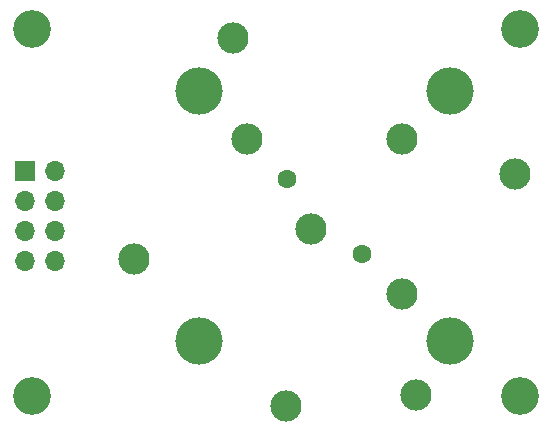
<source format=gbr>
%TF.GenerationSoftware,KiCad,Pcbnew,(6.0.0)*%
%TF.CreationDate,2021-12-29T20:26:28-08:00*%
%TF.ProjectId,enc_breakout,656e635f-6272-4656-916b-6f75742e6b69,rev?*%
%TF.SameCoordinates,Original*%
%TF.FileFunction,Soldermask,Bot*%
%TF.FilePolarity,Negative*%
%FSLAX46Y46*%
G04 Gerber Fmt 4.6, Leading zero omitted, Abs format (unit mm)*
G04 Created by KiCad (PCBNEW (6.0.0)) date 2021-12-29 20:26:28*
%MOMM*%
%LPD*%
G01*
G04 APERTURE LIST*
%ADD10C,3.200000*%
%ADD11C,1.600000*%
%ADD12C,4.000000*%
%ADD13C,2.641600*%
%ADD14R,1.700000X1.700000*%
%ADD15O,1.700000X1.700000*%
G04 APERTURE END LIST*
D10*
%TO.C,REF\u002A\u002A*%
X125095000Y-106680000D03*
%TD*%
%TO.C,REF\u002A\u002A*%
X166370000Y-106680000D03*
%TD*%
%TO.C,REF\u002A\u002A*%
X166370000Y-75565000D03*
%TD*%
%TO.C,REF\u002A\u002A*%
X125095000Y-75565000D03*
%TD*%
D11*
%TO.C,X1*%
X146678019Y-88258019D03*
D12*
X160466602Y-80833398D03*
X160466602Y-102046602D03*
D11*
X153041981Y-94621981D03*
D12*
X139253398Y-80833398D03*
X139253398Y-102046602D03*
D13*
X156407809Y-97987809D03*
X156407809Y-84892191D03*
X143312191Y-84892191D03*
X146607309Y-107519608D03*
X148749842Y-92550158D03*
X157609890Y-106543801D03*
X166010319Y-87833755D03*
X142110110Y-76336199D03*
X133709681Y-95046245D03*
%TD*%
D14*
%TO.C,J1*%
X124460000Y-87630000D03*
D15*
X127000000Y-87630000D03*
X124460000Y-90170000D03*
X127000000Y-90170000D03*
X124460000Y-92710000D03*
X127000000Y-92710000D03*
X124460000Y-95250000D03*
X127000000Y-95250000D03*
%TD*%
M02*

</source>
